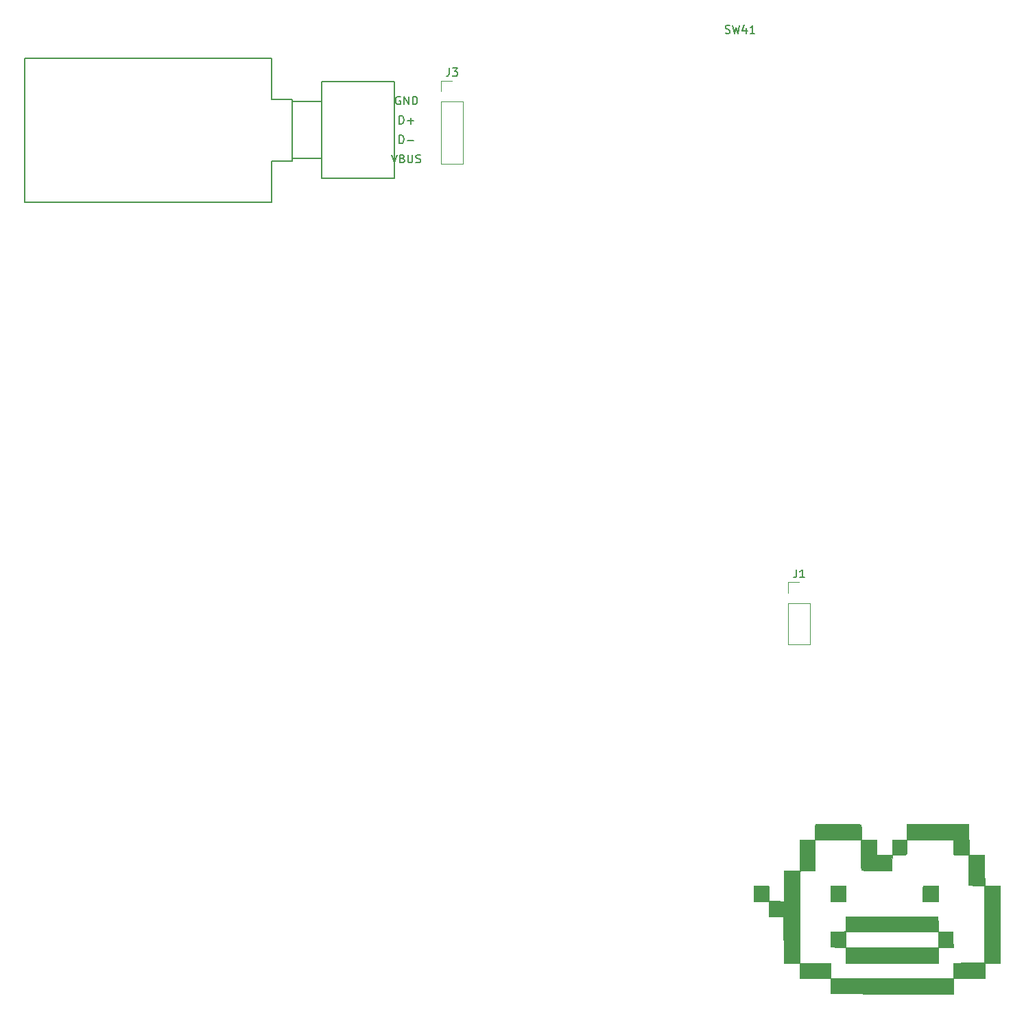
<source format=gbr>
G04 #@! TF.GenerationSoftware,KiCad,Pcbnew,(5.0.0)*
G04 #@! TF.CreationDate,2018-12-18T11:16:47+09:00*
G04 #@! TF.ProjectId,hecomi_R,6865636F6D695F522E6B696361645F70,rev?*
G04 #@! TF.SameCoordinates,Original*
G04 #@! TF.FileFunction,Legend,Top*
G04 #@! TF.FilePolarity,Positive*
%FSLAX46Y46*%
G04 Gerber Fmt 4.6, Leading zero omitted, Abs format (unit mm)*
G04 Created by KiCad (PCBNEW (5.0.0)) date 12/18/18 11:16:47*
%MOMM*%
%LPD*%
G01*
G04 APERTURE LIST*
%ADD10C,0.120000*%
%ADD11C,0.150000*%
%ADD12C,0.010000*%
G04 APERTURE END LIST*
D10*
G04 #@! TO.C,J1*
X160595000Y-55820000D02*
X161925000Y-55820000D01*
X160595000Y-57150000D02*
X160595000Y-55820000D01*
X160595000Y-58420000D02*
X163255000Y-58420000D01*
X163255000Y-58420000D02*
X163255000Y-63560000D01*
X160595000Y-58420000D02*
X160595000Y-63560000D01*
X160595000Y-63560000D02*
X163255000Y-63560000D01*
G04 #@! TO.C,J3*
X117732000Y6092500D02*
X119062000Y6092500D01*
X117732000Y4762500D02*
X117732000Y6092500D01*
X117732000Y3492500D02*
X120392000Y3492500D01*
X120392000Y3492500D02*
X120392000Y-4187500D01*
X117732000Y3492500D02*
X117732000Y-4187500D01*
X117732000Y-4187500D02*
X120392000Y-4187500D01*
D11*
G04 #@! TO.C,U1*
X102947500Y6000000D02*
X102947500Y0D01*
X111947500Y6000000D02*
X102947500Y6000000D01*
X111947500Y-6000000D02*
X111947500Y6000000D01*
X102947500Y-6000000D02*
X111947500Y-6000000D01*
X102947500Y0D02*
X102947500Y-6000000D01*
X102947500Y3500000D02*
X99447500Y3500000D01*
X102947500Y-3500000D02*
X102947500Y3500000D01*
X99447500Y-3500000D02*
X102947500Y-3500000D01*
X96837500Y8890000D02*
X66357500Y8890000D01*
X96837500Y8890000D02*
X96837500Y3810000D01*
X96837500Y3810000D02*
X99377500Y3810000D01*
X99377500Y3810000D02*
X99377500Y-3810000D01*
X99377500Y-3810000D02*
X96837500Y-3810000D01*
X96837500Y-3810000D02*
X96837500Y-8890000D01*
X96837500Y-8890000D02*
X66357500Y-8890000D01*
X66357500Y-8890000D02*
X66357500Y8890000D01*
D12*
G04 #@! TO.C,LOGO1*
G36*
X171450000Y-89492667D02*
X173402707Y-89492667D01*
X173378854Y-90486475D01*
X173355000Y-91480284D01*
X171508565Y-91484038D01*
X170839330Y-91481350D01*
X170304346Y-91470575D01*
X169912785Y-91452114D01*
X169673817Y-91426367D01*
X169598371Y-91400396D01*
X169579782Y-91293163D01*
X169563814Y-91042641D01*
X169551264Y-90674861D01*
X169542933Y-90215857D01*
X169539619Y-89691663D01*
X169539806Y-89492667D01*
X169545000Y-87672334D01*
X171450000Y-87624454D01*
X171450000Y-89492667D01*
X171450000Y-89492667D01*
G37*
X171450000Y-89492667D02*
X173402707Y-89492667D01*
X173378854Y-90486475D01*
X173355000Y-91480284D01*
X171508565Y-91484038D01*
X170839330Y-91481350D01*
X170304346Y-91470575D01*
X169912785Y-91452114D01*
X169673817Y-91426367D01*
X169598371Y-91400396D01*
X169579782Y-91293163D01*
X169563814Y-91042641D01*
X169551264Y-90674861D01*
X169542933Y-90215857D01*
X169539619Y-89691663D01*
X169539806Y-89492667D01*
X169545000Y-87672334D01*
X171450000Y-87624454D01*
X171450000Y-89492667D01*
G36*
X179070000Y-95250000D02*
X177161049Y-95250000D01*
X177174104Y-94339834D01*
X177180332Y-93961960D01*
X177187018Y-93648164D01*
X177193262Y-93436303D01*
X177197246Y-93366167D01*
X177280450Y-93340622D01*
X177498300Y-93319987D01*
X177816132Y-93306600D01*
X178138667Y-93302667D01*
X179070000Y-93302667D01*
X179070000Y-95250000D01*
X179070000Y-95250000D01*
G37*
X179070000Y-95250000D02*
X177161049Y-95250000D01*
X177174104Y-94339834D01*
X177180332Y-93961960D01*
X177187018Y-93648164D01*
X177193262Y-93436303D01*
X177197246Y-93366167D01*
X177280450Y-93340622D01*
X177498300Y-93319987D01*
X177816132Y-93306600D01*
X178138667Y-93302667D01*
X179070000Y-93302667D01*
X179070000Y-95250000D01*
G36*
X167084181Y-93308063D02*
X167389151Y-93322693D01*
X167588911Y-93344218D01*
X167650087Y-93366167D01*
X167655362Y-93472236D01*
X167661780Y-93709769D01*
X167668442Y-94040909D01*
X167673229Y-94339834D01*
X167686284Y-95250000D01*
X165777334Y-95250000D01*
X165777334Y-93302667D01*
X166708667Y-93302667D01*
X167084181Y-93308063D01*
X167084181Y-93308063D01*
G37*
X167084181Y-93308063D02*
X167389151Y-93322693D01*
X167588911Y-93344218D01*
X167650087Y-93366167D01*
X167655362Y-93472236D01*
X167661780Y-93709769D01*
X167668442Y-94040909D01*
X167673229Y-94339834D01*
X167686284Y-95250000D01*
X165777334Y-95250000D01*
X165777334Y-93302667D01*
X166708667Y-93302667D01*
X167084181Y-93308063D01*
G36*
X179070000Y-98086334D02*
X179112334Y-99017667D01*
X180890334Y-99017667D01*
X180914273Y-99970167D01*
X180938213Y-100922667D01*
X179070000Y-100922667D01*
X179070000Y-102870000D01*
X167678559Y-102870000D01*
X167680446Y-101917500D01*
X167682334Y-100965000D01*
X166751000Y-100922667D01*
X165819667Y-100880334D01*
X165819667Y-99017667D01*
X166680445Y-99017667D01*
X166698047Y-99017353D01*
X167680493Y-99017353D01*
X167680493Y-100922667D01*
X179070000Y-100922667D01*
X179070000Y-99017353D01*
X167680493Y-99017353D01*
X166698047Y-99017353D01*
X167048641Y-99011099D01*
X167353121Y-98993390D01*
X167554356Y-98967536D01*
X167611778Y-98947111D01*
X167641420Y-98837336D01*
X167664925Y-98597786D01*
X167679301Y-98267991D01*
X167682334Y-98015778D01*
X167682334Y-97155000D01*
X179027667Y-97155000D01*
X179070000Y-98086334D01*
X179070000Y-98086334D01*
G37*
X179070000Y-98086334D02*
X179112334Y-99017667D01*
X180890334Y-99017667D01*
X180914273Y-99970167D01*
X180938213Y-100922667D01*
X179070000Y-100922667D01*
X179070000Y-102870000D01*
X167678559Y-102870000D01*
X167680446Y-101917500D01*
X167682334Y-100965000D01*
X166751000Y-100922667D01*
X165819667Y-100880334D01*
X165819667Y-99017667D01*
X166680445Y-99017667D01*
X166698047Y-99017353D01*
X167680493Y-99017353D01*
X167680493Y-100922667D01*
X179070000Y-100922667D01*
X179070000Y-99017353D01*
X167680493Y-99017353D01*
X166698047Y-99017353D01*
X167048641Y-99011099D01*
X167353121Y-98993390D01*
X167554356Y-98967536D01*
X167611778Y-98947111D01*
X167641420Y-98837336D01*
X167664925Y-98597786D01*
X167679301Y-98267991D01*
X167682334Y-98015778D01*
X167682334Y-97155000D01*
X179027667Y-97155000D01*
X179070000Y-98086334D01*
G36*
X163830000Y-91486313D02*
X163004500Y-91480250D01*
X162638950Y-91481000D01*
X162332545Y-91487978D01*
X162128048Y-91499888D01*
X162073167Y-91508486D01*
X162051412Y-91548733D01*
X162032642Y-91661040D01*
X162016672Y-91855417D01*
X162003316Y-92141875D01*
X161992387Y-92530423D01*
X161983699Y-93031072D01*
X161977068Y-93653831D01*
X161972306Y-94408712D01*
X161969228Y-95305724D01*
X161967648Y-96354877D01*
X161967334Y-97206392D01*
X161967334Y-102870000D01*
X160022253Y-102870000D01*
X159977667Y-97155000D01*
X158199667Y-97155000D01*
X158175727Y-96202500D01*
X158151788Y-95250000D01*
X156294667Y-95250000D01*
X156294667Y-93302667D01*
X157226000Y-93302667D01*
X157667336Y-93308501D01*
X157958601Y-93327421D01*
X158118701Y-93361555D01*
X158166427Y-93408500D01*
X158171447Y-93534350D01*
X158177599Y-93787458D01*
X158183950Y-94125764D01*
X158187594Y-94361000D01*
X158199667Y-95207667D01*
X159108206Y-95231681D01*
X160016745Y-95255696D01*
X160039539Y-93369015D01*
X160062334Y-91482334D01*
X161967334Y-91434454D01*
X161967334Y-87630000D01*
X163830000Y-87630000D01*
X163830000Y-91486313D01*
X163830000Y-91486313D01*
G37*
X163830000Y-91486313D02*
X163004500Y-91480250D01*
X162638950Y-91481000D01*
X162332545Y-91487978D01*
X162128048Y-91499888D01*
X162073167Y-91508486D01*
X162051412Y-91548733D01*
X162032642Y-91661040D01*
X162016672Y-91855417D01*
X162003316Y-92141875D01*
X161992387Y-92530423D01*
X161983699Y-93031072D01*
X161977068Y-93653831D01*
X161972306Y-94408712D01*
X161969228Y-95305724D01*
X161967648Y-96354877D01*
X161967334Y-97206392D01*
X161967334Y-102870000D01*
X160022253Y-102870000D01*
X159977667Y-97155000D01*
X158199667Y-97155000D01*
X158175727Y-96202500D01*
X158151788Y-95250000D01*
X156294667Y-95250000D01*
X156294667Y-93302667D01*
X157226000Y-93302667D01*
X157667336Y-93308501D01*
X157958601Y-93327421D01*
X158118701Y-93361555D01*
X158166427Y-93408500D01*
X158171447Y-93534350D01*
X158177599Y-93787458D01*
X158183950Y-94125764D01*
X158187594Y-94361000D01*
X158199667Y-95207667D01*
X159108206Y-95231681D01*
X160016745Y-95255696D01*
X160039539Y-93369015D01*
X160062334Y-91482334D01*
X161967334Y-91434454D01*
X161967334Y-87630000D01*
X163830000Y-87630000D01*
X163830000Y-91486313D01*
G36*
X165777334Y-102870000D02*
X165777334Y-104732667D01*
X161967334Y-104732667D01*
X161967334Y-102870000D01*
X165777334Y-102870000D01*
X165777334Y-102870000D01*
G37*
X165777334Y-102870000D02*
X165777334Y-104732667D01*
X161967334Y-104732667D01*
X161967334Y-102870000D01*
X165777334Y-102870000D01*
G36*
X180932667Y-104732667D02*
X180932667Y-106680000D01*
X173411445Y-106680000D01*
X172297505Y-106679379D01*
X171232132Y-106677575D01*
X170227473Y-106674679D01*
X169295676Y-106670782D01*
X168448886Y-106665974D01*
X167699252Y-106660345D01*
X167058921Y-106653986D01*
X166540040Y-106646988D01*
X166154757Y-106639441D01*
X165915217Y-106631435D01*
X165833778Y-106623556D01*
X165810792Y-106520596D01*
X165792317Y-106285635D01*
X165780515Y-105955989D01*
X165777334Y-105649889D01*
X165777334Y-104732667D01*
X180932667Y-104732667D01*
X180932667Y-104732667D01*
G37*
X180932667Y-104732667D02*
X180932667Y-106680000D01*
X173411445Y-106680000D01*
X172297505Y-106679379D01*
X171232132Y-106677575D01*
X170227473Y-106674679D01*
X169295676Y-106670782D01*
X168448886Y-106665974D01*
X167699252Y-106660345D01*
X167058921Y-106653986D01*
X166540040Y-106646988D01*
X166154757Y-106639441D01*
X165915217Y-106631435D01*
X165833778Y-106623556D01*
X165810792Y-106520596D01*
X165792317Y-106285635D01*
X165780515Y-105955989D01*
X165777334Y-105649889D01*
X165777334Y-104732667D01*
X180932667Y-104732667D01*
G36*
X180932667Y-102873179D02*
X182858834Y-102850423D01*
X184785000Y-102827667D01*
X184785000Y-93345000D01*
X183811112Y-93302667D01*
X182837225Y-93260334D01*
X182837667Y-89535000D01*
X182033334Y-89521061D01*
X181666025Y-89514222D01*
X181351788Y-89507507D01*
X181136981Y-89501946D01*
X181080834Y-89499895D01*
X181015564Y-89479828D01*
X180972669Y-89407975D01*
X180947593Y-89255445D01*
X180935780Y-88993348D01*
X180932676Y-88592793D01*
X180932667Y-88560207D01*
X180932667Y-87627748D01*
X178075954Y-87650041D01*
X175219240Y-87672334D01*
X175218454Y-88552755D01*
X175217348Y-88965196D01*
X175196316Y-89242760D01*
X175127475Y-89411731D01*
X174982940Y-89498393D01*
X174734829Y-89529031D01*
X174355258Y-89529929D01*
X174183811Y-89528059D01*
X173439667Y-89521118D01*
X173415727Y-88575559D01*
X173391788Y-87630000D01*
X175169788Y-87630000D01*
X175193727Y-86680754D01*
X175217667Y-85731509D01*
X182837667Y-85729915D01*
X182883225Y-89487151D01*
X183834113Y-89511076D01*
X184785000Y-89535000D01*
X184807787Y-91418834D01*
X184830573Y-93302667D01*
X186690000Y-93302667D01*
X186690000Y-102870000D01*
X184827334Y-102870000D01*
X184827334Y-104732667D01*
X180932667Y-104732667D01*
X180932667Y-102873179D01*
X180932667Y-102873179D01*
G37*
X180932667Y-102873179D02*
X182858834Y-102850423D01*
X184785000Y-102827667D01*
X184785000Y-93345000D01*
X183811112Y-93302667D01*
X182837225Y-93260334D01*
X182837667Y-89535000D01*
X182033334Y-89521061D01*
X181666025Y-89514222D01*
X181351788Y-89507507D01*
X181136981Y-89501946D01*
X181080834Y-89499895D01*
X181015564Y-89479828D01*
X180972669Y-89407975D01*
X180947593Y-89255445D01*
X180935780Y-88993348D01*
X180932676Y-88592793D01*
X180932667Y-88560207D01*
X180932667Y-87627748D01*
X178075954Y-87650041D01*
X175219240Y-87672334D01*
X175218454Y-88552755D01*
X175217348Y-88965196D01*
X175196316Y-89242760D01*
X175127475Y-89411731D01*
X174982940Y-89498393D01*
X174734829Y-89529031D01*
X174355258Y-89529929D01*
X174183811Y-89528059D01*
X173439667Y-89521118D01*
X173415727Y-88575559D01*
X173391788Y-87630000D01*
X175169788Y-87630000D01*
X175193727Y-86680754D01*
X175217667Y-85731509D01*
X182837667Y-85729915D01*
X182883225Y-89487151D01*
X183834113Y-89511076D01*
X184785000Y-89535000D01*
X184807787Y-91418834D01*
X184830573Y-93302667D01*
X186690000Y-93302667D01*
X186690000Y-102870000D01*
X184827334Y-102870000D01*
X184827334Y-104732667D01*
X180932667Y-104732667D01*
X180932667Y-102873179D01*
G36*
X163830000Y-86708542D02*
X163832996Y-86298266D01*
X163845074Y-86027417D01*
X163870863Y-85866149D01*
X163914998Y-85784612D01*
X163978167Y-85753811D01*
X164087920Y-85747814D01*
X164341766Y-85742965D01*
X164714470Y-85739245D01*
X165180797Y-85736634D01*
X165715509Y-85735112D01*
X166293372Y-85734660D01*
X166889150Y-85735257D01*
X167477607Y-85736885D01*
X168033507Y-85739523D01*
X168531615Y-85743152D01*
X168946694Y-85747751D01*
X169253510Y-85753302D01*
X169396834Y-85758050D01*
X169480050Y-85769386D01*
X169534646Y-85813527D01*
X169566647Y-85920219D01*
X169582076Y-86119212D01*
X169586959Y-86440254D01*
X169587334Y-86698667D01*
X169587334Y-87630000D01*
X163830000Y-87630000D01*
X163830000Y-86708542D01*
X163830000Y-86708542D01*
G37*
X163830000Y-86708542D02*
X163832996Y-86298266D01*
X163845074Y-86027417D01*
X163870863Y-85866149D01*
X163914998Y-85784612D01*
X163978167Y-85753811D01*
X164087920Y-85747814D01*
X164341766Y-85742965D01*
X164714470Y-85739245D01*
X165180797Y-85736634D01*
X165715509Y-85735112D01*
X166293372Y-85734660D01*
X166889150Y-85735257D01*
X167477607Y-85736885D01*
X168033507Y-85739523D01*
X168531615Y-85743152D01*
X168946694Y-85747751D01*
X169253510Y-85753302D01*
X169396834Y-85758050D01*
X169480050Y-85769386D01*
X169534646Y-85813527D01*
X169566647Y-85920219D01*
X169582076Y-86119212D01*
X169586959Y-86440254D01*
X169587334Y-86698667D01*
X169587334Y-87630000D01*
X163830000Y-87630000D01*
X163830000Y-86708542D01*
G04 #@! TO.C,J1*
D11*
X161591666Y-54272380D02*
X161591666Y-54986666D01*
X161544047Y-55129523D01*
X161448809Y-55224761D01*
X161305952Y-55272380D01*
X161210714Y-55272380D01*
X162591666Y-55272380D02*
X162020238Y-55272380D01*
X162305952Y-55272380D02*
X162305952Y-54272380D01*
X162210714Y-54415238D01*
X162115476Y-54510476D01*
X162020238Y-54558095D01*
G04 #@! TO.C,J3*
X118728666Y7640119D02*
X118728666Y6925833D01*
X118681047Y6782976D01*
X118585809Y6687738D01*
X118442952Y6640119D01*
X118347714Y6640119D01*
X119109619Y7640119D02*
X119728666Y7640119D01*
X119395333Y7259166D01*
X119538190Y7259166D01*
X119633428Y7211547D01*
X119681047Y7163928D01*
X119728666Y7068690D01*
X119728666Y6830595D01*
X119681047Y6735357D01*
X119633428Y6687738D01*
X119538190Y6640119D01*
X119252476Y6640119D01*
X119157238Y6687738D01*
X119109619Y6735357D01*
G04 #@! TO.C,U1*
X111614166Y-3052380D02*
X111947500Y-4052380D01*
X112280833Y-3052380D01*
X112947500Y-3528571D02*
X113090357Y-3576190D01*
X113137976Y-3623809D01*
X113185595Y-3719047D01*
X113185595Y-3861904D01*
X113137976Y-3957142D01*
X113090357Y-4004761D01*
X112995119Y-4052380D01*
X112614166Y-4052380D01*
X112614166Y-3052380D01*
X112947500Y-3052380D01*
X113042738Y-3100000D01*
X113090357Y-3147619D01*
X113137976Y-3242857D01*
X113137976Y-3338095D01*
X113090357Y-3433333D01*
X113042738Y-3480952D01*
X112947500Y-3528571D01*
X112614166Y-3528571D01*
X113614166Y-3052380D02*
X113614166Y-3861904D01*
X113661785Y-3957142D01*
X113709404Y-4004761D01*
X113804642Y-4052380D01*
X113995119Y-4052380D01*
X114090357Y-4004761D01*
X114137976Y-3957142D01*
X114185595Y-3861904D01*
X114185595Y-3052380D01*
X114614166Y-4004761D02*
X114757023Y-4052380D01*
X114995119Y-4052380D01*
X115090357Y-4004761D01*
X115137976Y-3957142D01*
X115185595Y-3861904D01*
X115185595Y-3766666D01*
X115137976Y-3671428D01*
X115090357Y-3623809D01*
X114995119Y-3576190D01*
X114804642Y-3528571D01*
X114709404Y-3480952D01*
X114661785Y-3433333D01*
X114614166Y-3338095D01*
X114614166Y-3242857D01*
X114661785Y-3147619D01*
X114709404Y-3100000D01*
X114804642Y-3052380D01*
X115042738Y-3052380D01*
X115185595Y-3100000D01*
X112566547Y-1652380D02*
X112566547Y-652380D01*
X112804642Y-652380D01*
X112947500Y-700000D01*
X113042738Y-795238D01*
X113090357Y-890476D01*
X113137976Y-1080952D01*
X113137976Y-1223809D01*
X113090357Y-1414285D01*
X113042738Y-1509523D01*
X112947500Y-1604761D01*
X112804642Y-1652380D01*
X112566547Y-1652380D01*
X113566547Y-1271428D02*
X114328452Y-1271428D01*
X112566547Y747619D02*
X112566547Y1747619D01*
X112804642Y1747619D01*
X112947500Y1700000D01*
X113042738Y1604761D01*
X113090357Y1509523D01*
X113137976Y1319047D01*
X113137976Y1176190D01*
X113090357Y985714D01*
X113042738Y890476D01*
X112947500Y795238D01*
X112804642Y747619D01*
X112566547Y747619D01*
X113566547Y1128571D02*
X114328452Y1128571D01*
X113947500Y747619D02*
X113947500Y1509523D01*
X112685595Y4100000D02*
X112590357Y4147619D01*
X112447500Y4147619D01*
X112304642Y4100000D01*
X112209404Y4004761D01*
X112161785Y3909523D01*
X112114166Y3719047D01*
X112114166Y3576190D01*
X112161785Y3385714D01*
X112209404Y3290476D01*
X112304642Y3195238D01*
X112447500Y3147619D01*
X112542738Y3147619D01*
X112685595Y3195238D01*
X112733214Y3242857D01*
X112733214Y3576190D01*
X112542738Y3576190D01*
X113161785Y3147619D02*
X113161785Y4147619D01*
X113733214Y3147619D01*
X113733214Y4147619D01*
X114209404Y3147619D02*
X114209404Y4147619D01*
X114447500Y4147619D01*
X114590357Y4100000D01*
X114685595Y4004761D01*
X114733214Y3909523D01*
X114780833Y3719047D01*
X114780833Y3576190D01*
X114733214Y3385714D01*
X114685595Y3290476D01*
X114590357Y3195238D01*
X114447500Y3147619D01*
X114209404Y3147619D01*
G04 #@! TO.C,SW41*
X152812476Y11980238D02*
X152955333Y11932619D01*
X153193428Y11932619D01*
X153288666Y11980238D01*
X153336285Y12027857D01*
X153383904Y12123095D01*
X153383904Y12218333D01*
X153336285Y12313571D01*
X153288666Y12361190D01*
X153193428Y12408809D01*
X153002952Y12456428D01*
X152907714Y12504047D01*
X152860095Y12551666D01*
X152812476Y12646904D01*
X152812476Y12742142D01*
X152860095Y12837380D01*
X152907714Y12885000D01*
X153002952Y12932619D01*
X153241047Y12932619D01*
X153383904Y12885000D01*
X153717238Y12932619D02*
X153955333Y11932619D01*
X154145809Y12646904D01*
X154336285Y11932619D01*
X154574380Y12932619D01*
X155383904Y12599285D02*
X155383904Y11932619D01*
X155145809Y12980238D02*
X154907714Y12265952D01*
X155526761Y12265952D01*
X156431523Y11932619D02*
X155860095Y11932619D01*
X156145809Y11932619D02*
X156145809Y12932619D01*
X156050571Y12789761D01*
X155955333Y12694523D01*
X155860095Y12646904D01*
G04 #@! TD*
M02*

</source>
